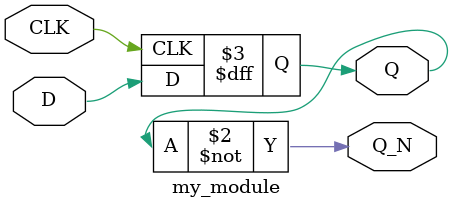
<source format=v>
module my_module (
    Q,
    Q_N,
    CLK,
    D
);

    output Q;
    output Q_N;
    input CLK;
    input D;

    reg Q;

    always @(posedge CLK) begin
        Q <= D;
    end

    assign Q_N = ~Q;

endmodule
</source>
